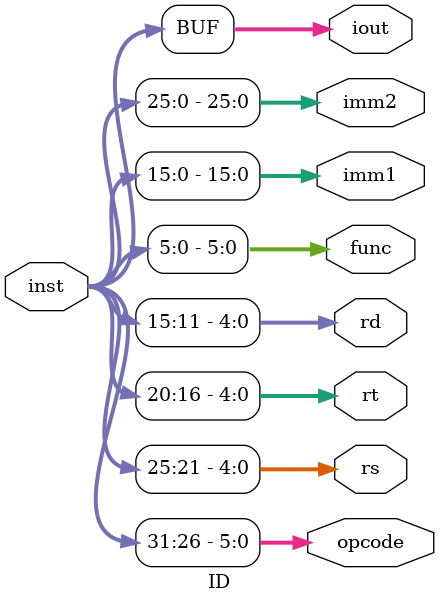
<source format=v>
`timescale 1ns / 1ps


module ID(input [31:0]inst ,output[5:0]opcode, output [4:0]rs, output[4:0]rt, output[4:0]rd, output[5:0]func, output[15:0]imm1,output[25:0]imm2, output [31:0] iout);
assign opcode = inst[31:26];
assign rs = inst[25:21];
assign rt = inst[20:16];
assign rd = inst[15:11];
assign func = inst[5:0];
assign imm1 = inst[15:0];
assign imm2 = inst[25:0];
assign iout = inst;
endmodule

</source>
